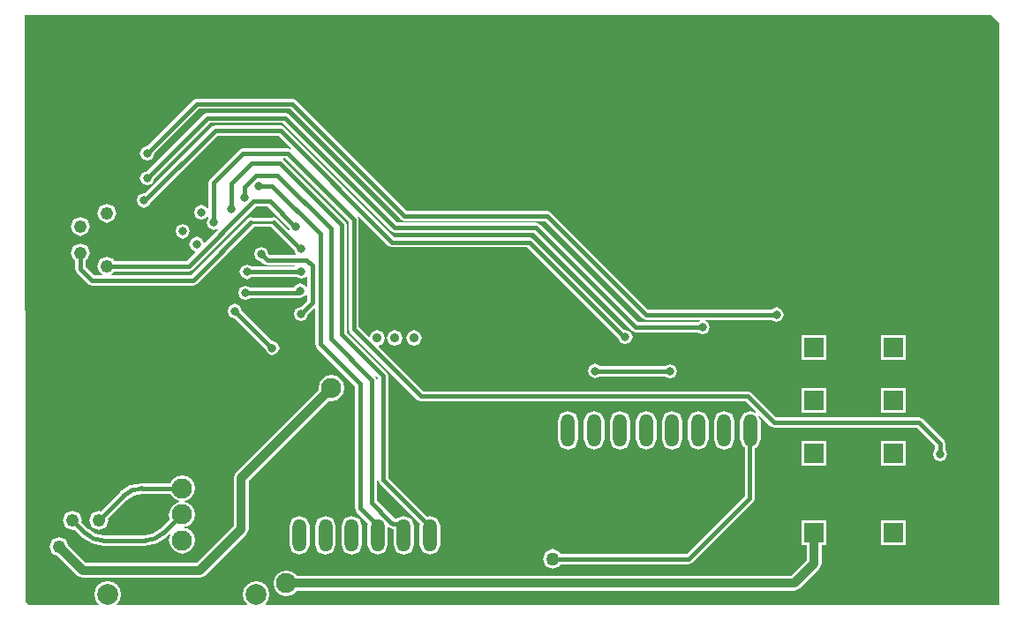
<source format=gbl>
G04*
G04 #@! TF.GenerationSoftware,Altium Limited,Altium Designer,19.0.10 (269)*
G04*
G04 Layer_Physical_Order=2*
G04 Layer_Color=16711680*
%FSLAX44Y44*%
%MOMM*%
G71*
G01*
G75*
%ADD14C,0.2540*%
%ADD15C,0.8999*%
%ADD65C,0.4050*%
%ADD67C,0.8200*%
%ADD68C,0.4050*%
%ADD69C,1.2192*%
%ADD70R,1.8691X1.8691*%
%ADD71R,1.8691X1.8691*%
%ADD72C,2.0000*%
%ADD73C,1.9500*%
%ADD74O,1.3200X3.1200*%
%ADD75C,3.4000*%
%ADD76C,0.8000*%
%ADD77C,1.9300*%
%ADD78C,0.9000*%
%ADD79C,1.2700*%
%ADD80C,0.8128*%
G36*
X1181500Y818000D02*
Y259000D01*
X477598D01*
X477308Y259957D01*
X477671Y260199D01*
X480442Y264347D01*
X481416Y269240D01*
X480442Y274133D01*
X477671Y278281D01*
X473523Y281052D01*
X468630Y282026D01*
X463737Y281052D01*
X459589Y278281D01*
X456818Y274133D01*
X455844Y269240D01*
X456818Y264347D01*
X459589Y260199D01*
X459952Y259957D01*
X459661Y259000D01*
X335099D01*
X334809Y259957D01*
X335172Y260199D01*
X337943Y264347D01*
X338917Y269240D01*
X337943Y274133D01*
X335172Y278281D01*
X331024Y281052D01*
X326131Y282026D01*
X321238Y281052D01*
X317090Y278281D01*
X314319Y274133D01*
X313345Y269240D01*
X314319Y264347D01*
X317090Y260199D01*
X317453Y259957D01*
X317162Y259000D01*
X251000D01*
X247248Y262752D01*
X246200Y825292D01*
X246906Y826000D01*
X1173500Y826000D01*
X1181500Y818000D01*
D02*
G37*
%LPC*%
G36*
X492000Y719441D02*
X429000D01*
X425506Y717994D01*
X361772Y654259D01*
X361000Y654579D01*
X355994Y652505D01*
X353921Y647500D01*
X355994Y642495D01*
X361000Y640421D01*
X366006Y642495D01*
X367436Y645948D01*
X431047Y709559D01*
X489953D01*
X501895Y697617D01*
X501328Y696769D01*
X498500Y697941D01*
X456000D01*
X452506Y696494D01*
X424006Y667994D01*
X422559Y664500D01*
Y640106D01*
X421578Y639911D01*
X421006Y641293D01*
X416000Y643366D01*
X410994Y641293D01*
X408921Y636288D01*
X410994Y631282D01*
X416000Y629209D01*
X421006Y631282D01*
X421578Y632665D01*
X422559Y632470D01*
Y630454D01*
X420921Y626500D01*
X422994Y621494D01*
X428000Y619421D01*
X431447Y620849D01*
X432013Y620001D01*
X418838Y606825D01*
X417857Y607021D01*
X416358Y610640D01*
X411352Y612713D01*
X406347Y610640D01*
X404273Y605634D01*
X406347Y600629D01*
X409966Y599130D01*
X410161Y598149D01*
X401553Y589541D01*
X332301D01*
X331610Y591210D01*
X325000Y593947D01*
X318390Y591210D01*
X315653Y584600D01*
X318390Y577990D01*
X320844Y576974D01*
X320649Y575993D01*
X312495D01*
X304541Y583947D01*
Y589999D01*
X306210Y590690D01*
X308948Y597300D01*
X306210Y603910D01*
X299600Y606647D01*
X292990Y603910D01*
X290252Y597300D01*
X292990Y590690D01*
X294659Y589999D01*
Y581900D01*
X296106Y578406D01*
X306954Y567558D01*
X310448Y566111D01*
X408052D01*
X411546Y567558D01*
X466364Y622376D01*
X482636D01*
X504710Y600302D01*
X506307Y596447D01*
X505735Y595447D01*
X481370D01*
X480579Y596000D01*
X478506Y601006D01*
X473500Y603079D01*
X468494Y601006D01*
X466421Y596000D01*
X468494Y590994D01*
X473500Y588921D01*
X473564Y588948D01*
X475500Y587012D01*
X478994Y585565D01*
X505669D01*
X506142Y584565D01*
X505836Y584191D01*
X464057D01*
X459500Y586079D01*
X454495Y584006D01*
X452421Y579000D01*
X454495Y573994D01*
X459500Y571921D01*
X464506Y573994D01*
X464636Y574309D01*
X506943D01*
X511500Y572421D01*
X516506Y574495D01*
X516578Y574670D01*
X517559Y574475D01*
Y564847D01*
X516578Y564652D01*
X516018Y566006D01*
X511012Y568079D01*
X506007Y566006D01*
X505151Y563941D01*
X463532D01*
X463506Y564006D01*
X458500Y566079D01*
X453494Y564006D01*
X451421Y559000D01*
X453494Y553994D01*
X458500Y551921D01*
X463506Y553994D01*
X463532Y554059D01*
X509012D01*
X509846Y554404D01*
X511012Y553921D01*
X516018Y555994D01*
X516578Y557348D01*
X517559Y557153D01*
Y551547D01*
X511564Y545552D01*
X511500Y545579D01*
X506494Y543506D01*
X504421Y538500D01*
X506494Y533494D01*
X511500Y531421D01*
X516506Y533494D01*
X518579Y538500D01*
X518552Y538564D01*
X524135Y544147D01*
X525059Y543764D01*
Y509500D01*
X526506Y506006D01*
X563059Y469453D01*
Y352000D01*
X564506Y348506D01*
X575958Y337054D01*
X575107Y335000D01*
Y317000D01*
X578005Y310005D01*
X585000Y307107D01*
X591995Y310005D01*
X594893Y317000D01*
Y333313D01*
X595817Y333695D01*
X596096Y333416D01*
X599590Y331969D01*
X600107D01*
Y317000D01*
X603005Y310005D01*
X610000Y307107D01*
X616995Y310005D01*
X619893Y317000D01*
Y335000D01*
X616995Y341996D01*
X610000Y344893D01*
X603005Y341996D01*
X602945Y341851D01*
X601637D01*
X583941Y359547D01*
Y475500D01*
X582770Y478328D01*
X583617Y478895D01*
X585059Y477453D01*
Y379500D01*
X586506Y376006D01*
X625811Y336701D01*
X625107Y335000D01*
Y317000D01*
X628005Y310005D01*
X635000Y307107D01*
X641995Y310005D01*
X644893Y317000D01*
Y335000D01*
X641995Y341996D01*
X635000Y344893D01*
X632592Y343896D01*
X594941Y381547D01*
Y479500D01*
X593494Y482994D01*
X555441Y521047D01*
Y624000D01*
X553994Y627494D01*
X494494Y686994D01*
X494291Y687078D01*
X494486Y688059D01*
X496453D01*
X557059Y627453D01*
Y524500D01*
X558506Y521006D01*
X623506Y456006D01*
X627000Y454559D01*
X937953D01*
X947684Y444828D01*
X947118Y443980D01*
X942500Y445893D01*
X935505Y442995D01*
X932607Y436000D01*
Y418000D01*
X935505Y411005D01*
X937059Y410361D01*
Y364047D01*
X881453Y308441D01*
X760576D01*
X759804Y310304D01*
X753000Y313123D01*
X746196Y310304D01*
X743378Y303500D01*
X746196Y296696D01*
X753000Y293878D01*
X759804Y296696D01*
X760576Y298559D01*
X883500D01*
X883500Y298559D01*
X886994Y300006D01*
X945494Y358506D01*
X946941Y362000D01*
X946941Y362000D01*
Y409947D01*
X949495Y411005D01*
X952393Y418000D01*
Y436000D01*
X950480Y440618D01*
X951328Y441184D01*
X961506Y431006D01*
X965000Y429559D01*
X1102453D01*
X1119559Y412453D01*
Y409032D01*
X1119494Y409006D01*
X1117421Y404000D01*
X1119494Y398994D01*
X1124500Y396921D01*
X1129505Y398994D01*
X1131579Y404000D01*
X1129505Y409006D01*
X1129441Y409032D01*
Y414500D01*
X1127994Y417994D01*
X1107994Y437994D01*
X1104500Y439441D01*
X967047D01*
X943494Y462994D01*
X940000Y464441D01*
X629047D01*
X585920Y507568D01*
X586115Y508549D01*
X589888Y510112D01*
X592120Y515500D01*
X589888Y520888D01*
X584500Y523120D01*
X579112Y520888D01*
X577549Y517115D01*
X576568Y516920D01*
X566941Y526547D01*
Y629500D01*
X565770Y632328D01*
X566617Y632895D01*
X595506Y604006D01*
X599000Y602559D01*
X728453D01*
X816064Y514948D01*
X817495Y511494D01*
X822500Y509421D01*
X827505Y511494D01*
X829579Y516500D01*
X827505Y521506D01*
X822500Y523579D01*
X821729Y523259D01*
X733994Y610994D01*
X730500Y612441D01*
X601047D01*
X495494Y717994D01*
X492000Y719441D01*
D02*
G37*
G36*
X325000Y644747D02*
X318390Y642010D01*
X315653Y635400D01*
X318390Y628790D01*
X325000Y626053D01*
X331610Y628790D01*
X334347Y635400D01*
X331610Y642010D01*
X325000Y644747D01*
D02*
G37*
G36*
X299600Y632048D02*
X292990Y629310D01*
X290252Y622700D01*
X292990Y616090D01*
X299600Y613353D01*
X306210Y616090D01*
X308948Y622700D01*
X306210Y629310D01*
X299600Y632048D01*
D02*
G37*
G36*
X398000Y624982D02*
X392994Y622908D01*
X390921Y617903D01*
X392994Y612897D01*
X398000Y610824D01*
X403005Y612897D01*
X405079Y617903D01*
X403005Y622908D01*
X398000Y624982D01*
D02*
G37*
G36*
X503000Y745441D02*
X411500D01*
X408006Y743994D01*
X364064Y700052D01*
X364000Y700079D01*
X358994Y698006D01*
X356921Y693000D01*
X358994Y687995D01*
X364000Y685921D01*
X369006Y687995D01*
X371079Y693000D01*
X371052Y693064D01*
X413547Y735559D01*
X500953D01*
X607506Y629006D01*
X611000Y627559D01*
X745953D01*
X839006Y534506D01*
X842500Y533059D01*
X893889D01*
X894084Y532078D01*
X891495Y531006D01*
X891468Y530941D01*
X834547D01*
X740494Y624994D01*
X737000Y626441D01*
X603547D01*
X499546Y730442D01*
X496052Y731889D01*
X421948D01*
X418454Y730442D01*
X364064Y676052D01*
X364000Y676079D01*
X358994Y674006D01*
X356921Y669000D01*
X358994Y663995D01*
X364000Y661921D01*
X369006Y663995D01*
X371079Y669000D01*
X371052Y669064D01*
X423995Y722007D01*
X494005D01*
X598006Y618006D01*
X601500Y616559D01*
X734953D01*
X829006Y522506D01*
X832500Y521059D01*
X891468D01*
X891495Y520994D01*
X896500Y518921D01*
X901506Y520994D01*
X903579Y526000D01*
X901506Y531006D01*
X898916Y532078D01*
X899111Y533059D01*
X962468D01*
X962495Y532994D01*
X967500Y530921D01*
X972505Y532994D01*
X974579Y538000D01*
X972505Y543005D01*
X967500Y545079D01*
X962495Y543005D01*
X962468Y542941D01*
X844547D01*
X751494Y635994D01*
X748000Y637441D01*
X613047D01*
X506494Y743994D01*
X503000Y745441D01*
D02*
G37*
G36*
X620000Y523120D02*
X614612Y520888D01*
X612380Y515500D01*
X614612Y510112D01*
X620000Y507880D01*
X625388Y510112D01*
X627620Y515500D01*
X625388Y520888D01*
X620000Y523120D01*
D02*
G37*
G36*
X601399D02*
X596011Y520888D01*
X593779Y515500D01*
X596011Y510112D01*
X601399Y507880D01*
X606788Y510112D01*
X609020Y515500D01*
X606788Y520888D01*
X601399Y523120D01*
D02*
G37*
G36*
X448000Y548395D02*
X442994Y546322D01*
X440921Y541316D01*
X442994Y536311D01*
X448000Y534237D01*
X448064Y534264D01*
X477340Y504988D01*
X478994Y500994D01*
X484000Y498921D01*
X489006Y500994D01*
X491079Y506000D01*
X489006Y511006D01*
X484000Y513079D01*
X483452Y512852D01*
X455052Y541252D01*
X455079Y541316D01*
X453005Y546322D01*
X448000Y548395D01*
D02*
G37*
G36*
X1091886Y518186D02*
X1068114D01*
Y494414D01*
X1091886D01*
Y518186D01*
D02*
G37*
G36*
X1015686D02*
X991915D01*
Y494414D01*
X1015686D01*
Y518186D01*
D02*
G37*
G36*
X793500Y491079D02*
X788494Y489006D01*
X786421Y484000D01*
X788494Y478994D01*
X793500Y476921D01*
X798057Y478809D01*
X860364D01*
X860495Y478494D01*
X865500Y476421D01*
X870506Y478494D01*
X872579Y483500D01*
X870506Y488506D01*
X865500Y490579D01*
X860943Y488691D01*
X798636D01*
X798505Y489006D01*
X793500Y491079D01*
D02*
G37*
G36*
X540500Y479929D02*
X535744Y478983D01*
X531712Y476288D01*
X529017Y472256D01*
X528071Y467500D01*
X528447Y465611D01*
X448918Y386082D01*
X446813Y381000D01*
Y334977D01*
X411523Y299687D01*
X305077D01*
X288370Y316394D01*
X286210Y321610D01*
X279600Y324347D01*
X272990Y321610D01*
X270252Y315000D01*
X272990Y308390D01*
X278206Y306230D01*
X297018Y287418D01*
X302100Y285313D01*
X414500D01*
X419582Y287418D01*
X459082Y326918D01*
X461187Y332000D01*
Y378023D01*
X538611Y455447D01*
X540500Y455071D01*
X545256Y456017D01*
X549288Y458712D01*
X551983Y462744D01*
X552929Y467500D01*
X551983Y472256D01*
X549288Y476288D01*
X545256Y478983D01*
X540500Y479929D01*
D02*
G37*
G36*
X1091886Y467385D02*
X1068114D01*
Y443615D01*
X1091886D01*
Y467385D01*
D02*
G37*
G36*
X1015686D02*
X991915D01*
Y443615D01*
X1015686D01*
Y467385D01*
D02*
G37*
G36*
X917500Y445893D02*
X910505Y442995D01*
X907607Y436000D01*
Y418000D01*
X910505Y411005D01*
X917500Y408107D01*
X924495Y411005D01*
X927393Y418000D01*
Y436000D01*
X924495Y442995D01*
X917500Y445893D01*
D02*
G37*
G36*
X892500D02*
X885505Y442995D01*
X882607Y436000D01*
Y418000D01*
X885505Y411005D01*
X892500Y408107D01*
X899495Y411005D01*
X902393Y418000D01*
Y436000D01*
X899495Y442995D01*
X892500Y445893D01*
D02*
G37*
G36*
X867500D02*
X860505Y442995D01*
X857607Y436000D01*
Y418000D01*
X860505Y411005D01*
X867500Y408107D01*
X874495Y411005D01*
X877393Y418000D01*
Y436000D01*
X874495Y442995D01*
X867500Y445893D01*
D02*
G37*
G36*
X842500D02*
X835505Y442995D01*
X832607Y436000D01*
Y418000D01*
X835505Y411005D01*
X842500Y408107D01*
X849495Y411005D01*
X852393Y418000D01*
Y436000D01*
X849495Y442995D01*
X842500Y445893D01*
D02*
G37*
G36*
X817500D02*
X810505Y442995D01*
X807607Y436000D01*
Y418000D01*
X810505Y411005D01*
X817500Y408107D01*
X824495Y411005D01*
X827393Y418000D01*
Y436000D01*
X824495Y442995D01*
X817500Y445893D01*
D02*
G37*
G36*
X792500D02*
X785505Y442995D01*
X782607Y436000D01*
Y418000D01*
X785505Y411005D01*
X792500Y408107D01*
X799495Y411005D01*
X802393Y418000D01*
Y436000D01*
X799495Y442995D01*
X792500Y445893D01*
D02*
G37*
G36*
X767500D02*
X760505Y442995D01*
X757607Y436000D01*
Y418000D01*
X760505Y411005D01*
X767500Y408107D01*
X774495Y411005D01*
X777393Y418000D01*
Y436000D01*
X774495Y442995D01*
X767500Y445893D01*
D02*
G37*
G36*
X1091886Y416586D02*
X1068114D01*
Y392814D01*
X1091886D01*
Y416586D01*
D02*
G37*
G36*
X1015686D02*
X991915D01*
Y392814D01*
X1015686D01*
Y416586D01*
D02*
G37*
G36*
X397380Y383772D02*
X392585Y382818D01*
X388520Y380102D01*
X385901Y376182D01*
X359062D01*
Y376393D01*
X347371Y374068D01*
X337459Y367445D01*
X337608Y367296D01*
X319369Y349056D01*
X317700Y349748D01*
X311090Y347010D01*
X308353Y340400D01*
X311090Y333790D01*
X317700Y331053D01*
X324310Y333790D01*
X327048Y340400D01*
X326356Y342069D01*
X344596Y360308D01*
X344762Y360142D01*
X351323Y364525D01*
X359062Y366065D01*
Y366300D01*
X385901D01*
X388520Y362381D01*
X392585Y359665D01*
X394716Y359241D01*
Y358241D01*
X392585Y357817D01*
X388520Y355101D01*
X385804Y351035D01*
X384850Y346240D01*
X385770Y341617D01*
X376086Y331933D01*
X375920Y332100D01*
X369358Y327716D01*
X361619Y326176D01*
Y325941D01*
X322221D01*
Y326176D01*
X314482Y327716D01*
X307921Y332100D01*
X307754Y331933D01*
X300956Y338731D01*
X301647Y340400D01*
X298910Y347010D01*
X292300Y349748D01*
X285690Y347010D01*
X282952Y340400D01*
X285690Y333790D01*
X292300Y331053D01*
X293969Y331744D01*
X300767Y324946D01*
X300618Y324796D01*
X310529Y318174D01*
X322221Y315848D01*
Y316059D01*
X361619D01*
Y315848D01*
X373311Y318174D01*
X383223Y324796D01*
X383074Y324946D01*
X385485Y327356D01*
X386261Y326719D01*
X385804Y326034D01*
X384850Y321239D01*
X385804Y316444D01*
X388520Y312378D01*
X392585Y309662D01*
X397380Y308708D01*
X402176Y309662D01*
X406241Y312378D01*
X408957Y316444D01*
X409911Y321239D01*
X408957Y326034D01*
X406241Y330099D01*
X402176Y332816D01*
X400045Y333240D01*
Y334240D01*
X402176Y334663D01*
X406241Y337380D01*
X408957Y341445D01*
X409911Y346240D01*
X408957Y351035D01*
X406241Y355101D01*
X402176Y357817D01*
X400045Y358241D01*
Y359241D01*
X402176Y359665D01*
X406241Y362381D01*
X408957Y366446D01*
X409911Y371241D01*
X408957Y376037D01*
X406241Y380102D01*
X402176Y382818D01*
X397380Y383772D01*
D02*
G37*
G36*
X1091886Y340386D02*
X1068114D01*
Y316614D01*
X1091886D01*
Y340386D01*
D02*
G37*
G36*
X560000Y344893D02*
X553005Y341996D01*
X550107Y335000D01*
Y317000D01*
X553005Y310005D01*
X560000Y307107D01*
X566995Y310005D01*
X569893Y317000D01*
Y335000D01*
X566995Y341996D01*
X560000Y344893D01*
D02*
G37*
G36*
X535000D02*
X528005Y341996D01*
X525107Y335000D01*
Y317000D01*
X528005Y310005D01*
X535000Y307107D01*
X541995Y310005D01*
X544893Y317000D01*
Y335000D01*
X541995Y341996D01*
X535000Y344893D01*
D02*
G37*
G36*
X510000D02*
X503005Y341996D01*
X500107Y335000D01*
Y317000D01*
X503005Y310005D01*
X510000Y307107D01*
X516995Y310005D01*
X519893Y317000D01*
Y335000D01*
X516995Y341996D01*
X510000Y344893D01*
D02*
G37*
G36*
X1015686Y340386D02*
X991915D01*
Y316614D01*
X996652D01*
Y302261D01*
X981539Y287148D01*
X507385D01*
X506288Y288789D01*
X502256Y291483D01*
X497500Y292429D01*
X492744Y291483D01*
X488712Y288789D01*
X486017Y284756D01*
X485071Y280000D01*
X486017Y275244D01*
X488712Y271211D01*
X492744Y268517D01*
X497500Y267571D01*
X502256Y268517D01*
X506288Y271211D01*
X507385Y272852D01*
X984500D01*
X989555Y274946D01*
X1008855Y294245D01*
X1010948Y299300D01*
Y316614D01*
X1015686D01*
Y340386D01*
D02*
G37*
%LPD*%
G36*
X499852Y621660D02*
X500637Y619765D01*
X499789Y619199D01*
X488994Y629994D01*
X485500Y631441D01*
X483527Y630624D01*
X465473D01*
X463500Y631441D01*
X460006Y629994D01*
X406005Y575993D01*
X329351D01*
X329156Y576974D01*
X331610Y577990D01*
X332301Y579659D01*
X403600D01*
X407094Y581106D01*
X468047Y642059D01*
X479453D01*
X499852Y621660D01*
D02*
G37*
D14*
X793500Y484000D02*
X793750Y483750D01*
X865250D02*
X865500Y483500D01*
X428000Y626500D02*
Y629000D01*
X427500Y629500D02*
X428000Y629000D01*
X511000Y601000D02*
X511500D01*
X463500Y626500D02*
X485500D01*
X457000Y650500D02*
Y651000D01*
X635000Y326000D02*
Y334500D01*
X605076Y336910D02*
X610000Y331986D01*
X457000Y651000D02*
X457500Y651500D01*
X585000Y326000D02*
Y335000D01*
X942000Y426500D02*
X942500Y427000D01*
D15*
X1080000Y404700D02*
D03*
Y455500D02*
D03*
Y506300D02*
D03*
D65*
X359062Y371241D02*
G03*
X341102Y363802I0J-25400D01*
G01*
X304261Y328439D02*
G03*
X322221Y321000I17960J17960D01*
G01*
X361619D02*
G03*
X379580Y328439I0J25400D01*
G01*
X397380Y346240D01*
X359062Y371241D02*
X397380D01*
X317700Y340400D02*
X341102Y363802D01*
X292300Y340400D02*
X304261Y328439D01*
X322221Y321000D02*
X361619D01*
X448000Y541316D02*
X483316Y506000D01*
X484000D01*
X842500Y538000D02*
X967500D01*
X364000Y693000D02*
X411500Y740500D01*
X503000D01*
X611000Y632500D01*
X748000D01*
X842500Y538000D01*
X793750Y483750D02*
X865250D01*
X511250Y579250D02*
X511500Y579500D01*
X459750Y579250D02*
X511250D01*
X459500Y579000D02*
X459750Y579250D01*
X458500Y559000D02*
X509012D01*
X511012Y561000D01*
X473500Y596000D02*
X478994Y590506D01*
X517006D01*
X522500Y585012D01*
Y549500D02*
Y585012D01*
X511500Y538500D02*
X522500Y549500D01*
X484000Y661500D02*
X530000Y615500D01*
X470886Y661500D02*
X484000D01*
X530000Y509500D02*
Y615500D01*
X627000Y459500D02*
X940000D01*
X965000Y434500D01*
X562000Y524500D02*
X627000Y459500D01*
X364000Y669000D02*
X421948Y726948D01*
X496052D01*
X601500Y621500D01*
X737000D01*
X832500Y526000D01*
X896500D01*
X730500Y607500D02*
X821500Y516500D01*
X822500D01*
X562000Y524500D02*
Y629500D01*
X498500Y693000D02*
X562000Y629500D01*
X456000Y693000D02*
X498500D01*
X362000Y647500D02*
X429000Y714500D01*
X492000D01*
X599000Y607500D01*
X730500D01*
X485500Y626500D02*
X511000Y601000D01*
X408052Y571052D02*
X463500Y626500D01*
X310448Y571052D02*
X408052D01*
X299600Y581900D02*
X310448Y571052D01*
X299600Y581900D02*
Y597300D01*
X481500Y647000D02*
X505800Y622700D01*
X466000Y647000D02*
X481500D01*
X403600Y584600D02*
X466000Y647000D01*
X325000Y584600D02*
X403600D01*
X1104500Y434500D02*
X1124500Y414500D01*
X965000Y434500D02*
X1104500D01*
X1124500Y404000D02*
Y414500D01*
X427500Y629500D02*
Y664500D01*
X456000Y693000D01*
X444500Y639000D02*
Y663500D01*
X464500Y683500D01*
X491000D01*
X550500Y624000D01*
Y519000D02*
Y624000D01*
Y519000D02*
X590000Y479500D01*
Y379500D02*
Y479500D01*
Y379500D02*
X635000Y334500D01*
X597400Y339100D02*
X599590Y336910D01*
X605076D01*
X610000Y326000D02*
Y331986D01*
X530000Y509500D02*
X568000Y471500D01*
Y352000D02*
Y471500D01*
X457500Y651500D02*
Y660822D01*
X468178Y671500D01*
X489000D01*
X540000Y620500D01*
Y514500D02*
Y620500D01*
Y514500D02*
X579000Y475500D01*
Y357500D02*
Y475500D01*
Y357500D02*
X597400Y339100D01*
X568000Y352000D02*
X585000Y335000D01*
D67*
X454000Y332000D02*
Y381000D01*
X414500Y292500D02*
X454000Y332000D01*
X302100Y292500D02*
X414500D01*
X279600Y315000D02*
X302100Y292500D01*
X454000Y381000D02*
X540500Y467500D01*
D68*
X942000Y362000D02*
Y426500D01*
X883500Y303500D02*
X942000Y362000D01*
X753000Y303500D02*
X883500D01*
D69*
X279600Y315000D02*
D03*
X292300Y340400D02*
D03*
X305000Y315000D02*
D03*
X317700Y340400D02*
D03*
X299600Y648100D02*
D03*
X325000Y635400D02*
D03*
X299600Y622700D02*
D03*
X325000Y610000D02*
D03*
X299600Y597300D02*
D03*
X325000Y584600D02*
D03*
D70*
X1080000Y506300D02*
D03*
Y455500D02*
D03*
Y404700D02*
D03*
Y328500D02*
D03*
X1003800Y506300D02*
D03*
Y455500D02*
D03*
Y404700D02*
D03*
D71*
Y328500D02*
D03*
D72*
X326131Y269240D02*
D03*
X468630D02*
D03*
D73*
X372379Y346240D02*
D03*
X397380Y321239D02*
D03*
X422382Y346240D02*
D03*
X397380Y371241D02*
D03*
Y346240D02*
D03*
D74*
X942500Y427000D02*
D03*
X917500D02*
D03*
X892500D02*
D03*
X817500D02*
D03*
X842500D02*
D03*
X867500D02*
D03*
X792500D02*
D03*
X767500D02*
D03*
X510000Y326000D02*
D03*
X535000D02*
D03*
X560000D02*
D03*
X635000D02*
D03*
X610000D02*
D03*
X585000D02*
D03*
X660000D02*
D03*
X685000D02*
D03*
X710000D02*
D03*
D75*
X294500Y778500D02*
D03*
X1135000D02*
D03*
D76*
X484000Y506000D02*
D03*
X865500Y483500D02*
D03*
X793500Y484000D02*
D03*
X448000Y541316D02*
D03*
X458500Y559000D02*
D03*
X459500Y579000D02*
D03*
X443500Y753500D02*
D03*
X351500Y704000D02*
D03*
X369500Y555000D02*
D03*
X1105500Y324500D02*
D03*
X965500Y353000D02*
D03*
X860000Y351500D02*
D03*
X1116000Y661500D02*
D03*
X1056000Y661500D02*
D03*
X996000Y663000D02*
D03*
X936000D02*
D03*
X876000D02*
D03*
X794000Y760000D02*
D03*
X748500D02*
D03*
X473500Y596000D02*
D03*
X428000Y626500D02*
D03*
X416000Y636288D02*
D03*
X398000Y617903D02*
D03*
X411352Y605634D02*
D03*
X511500Y538500D02*
D03*
X364000Y693000D02*
D03*
X967500Y538000D02*
D03*
X364000Y669000D02*
D03*
X361000Y647500D02*
D03*
X896500Y526000D02*
D03*
X822500Y516500D02*
D03*
X511012Y561000D02*
D03*
X511500Y579500D02*
D03*
Y601000D02*
D03*
X506500Y622700D02*
D03*
X457000Y650500D02*
D03*
X1124500Y404000D02*
D03*
X444500Y639000D02*
D03*
X470886Y661500D02*
D03*
D77*
X342500Y424500D02*
D03*
X540500Y467500D02*
D03*
X497500Y280000D02*
D03*
D78*
X620000Y515500D02*
D03*
X601399D02*
D03*
X584500D02*
D03*
D79*
X616000Y536000D02*
D03*
X602000Y555000D02*
D03*
X587500Y536000D02*
D03*
X616000Y573500D02*
D03*
X587500D02*
D03*
X753000Y303500D02*
D03*
D80*
X497500Y280000D02*
X984500D01*
X1003800Y299300D01*
Y328500D01*
M02*

</source>
